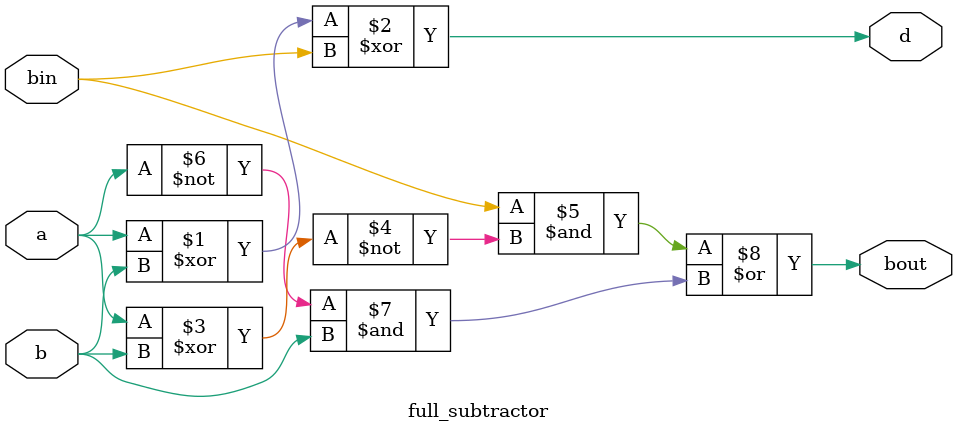
<source format=v>
module full_subtractor(a,b,bin,d,bout);

input a,b,bin;
output d,bout;

// wire temp,not_a,temp2,temp3,temp4;

// xor(temp,a,b);
// xor(d,temp,bin);

// not(not_a,a);

// and(temp2,not_a,bin);
// and(temp3,not_a,b);
// and(temp4,b,bin);

// or(bout,temp2,temp3,temp4);
assign d = a^b^bin;

assign bout = bin&(~(a^b)) | (~a)&b;

endmodule
</source>
